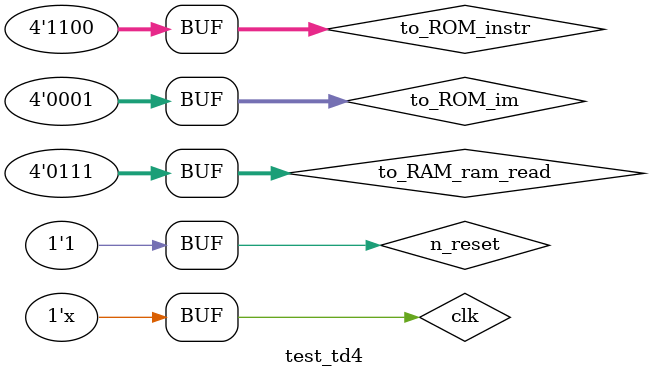
<source format=sv>
`timescale 1ns / 1ps


module test_td4();

    logic [3:0]IO_in;
    logic [3:0]IO_out;
    logic clk;
    logic n_reset;
    logic to_RAM_mode_r;
    logic to_RAM_mode_w;
    logic [3:0]to_RAM_page;
    logic [3:0]to_RAM_ram_addr;
    logic [3:0]to_RAM_ram_read;
    logic [3:0]to_RAM_ram_write;
    logic [3:0]to_ROM_addr;
    logic [3:0]to_ROM_bank;
    logic [3:0]to_ROM_im;
    logic [3:0]to_ROM_instr;

    design_1_wrapper d1w (
        .IO_in(IO_in),
        .IO_out(IO_out),
        .clk(clk),
        .n_reset(n_reset),
        .to_RAM_mode_r(to_RAM_mode_r),
        .to_RAM_mode_w(to_RAM_mode_w),
        .to_RAM_page(to_RAM_page),
        .to_RAM_ram_addr(to_RAM_ram_addr),
        .to_RAM_ram_read(to_RAM_ram_read),
        .to_RAM_ram_write(to_RAM_ram_write),
        .to_ROM_addr(to_ROM_addr),
        .to_ROM_bank(to_ROM_bank),
        .to_ROM_im(to_ROM_im),
        .to_ROM_instr(to_ROM_instr)
    );
    
    initial
    begin
        clk = 0;
        n_reset = 1;
        #10;
        n_reset = 0;
        #10;
        n_reset = 1;
        to_ROM_instr = 'b1100;
        to_ROM_im = 1;
        to_RAM_ram_read = 7;
    end
    
    always
    begin
        #10;
        clk = ~clk;
    end
    
endmodule

</source>
